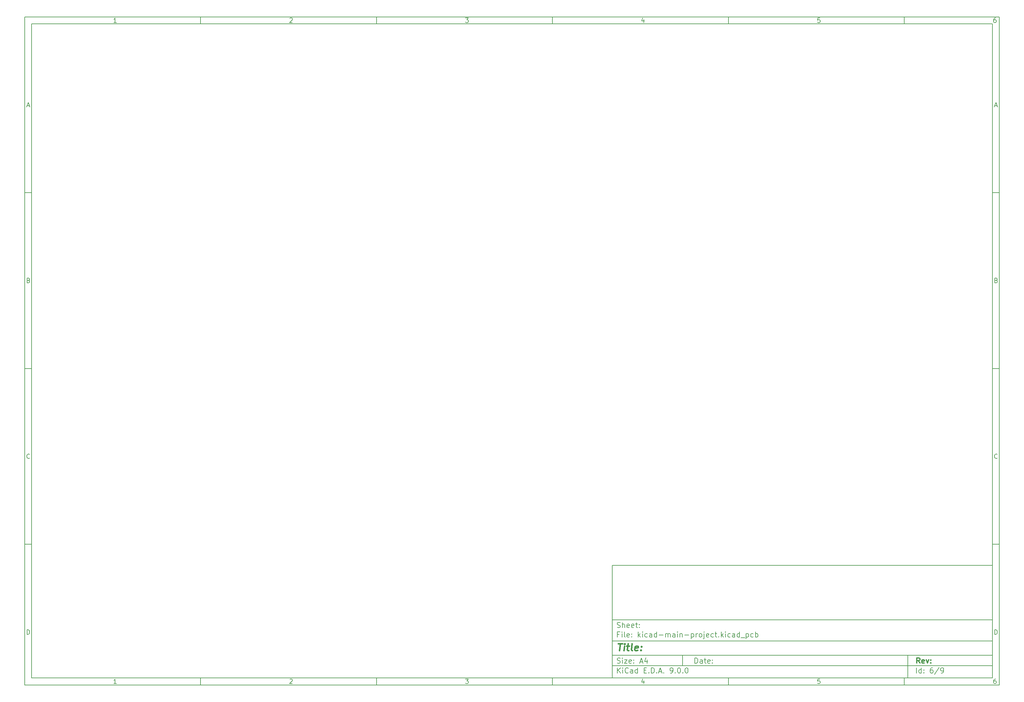
<source format=gbr>
%TF.GenerationSoftware,KiCad,Pcbnew,9.0.0*%
%TF.CreationDate,2025-05-10T22:05:33+07:00*%
%TF.ProjectId,kicad-main-project,6b696361-642d-46d6-9169-6e2d70726f6a,rev?*%
%TF.SameCoordinates,Original*%
%TF.FileFunction,Legend,Bot*%
%TF.FilePolarity,Positive*%
%FSLAX46Y46*%
G04 Gerber Fmt 4.6, Leading zero omitted, Abs format (unit mm)*
G04 Created by KiCad (PCBNEW 9.0.0) date 2025-05-10 22:05:33*
%MOMM*%
%LPD*%
G01*
G04 APERTURE LIST*
%ADD10C,0.100000*%
%ADD11C,0.150000*%
%ADD12C,0.300000*%
%ADD13C,0.400000*%
G04 APERTURE END LIST*
D10*
D11*
X177002200Y-166007200D02*
X285002200Y-166007200D01*
X285002200Y-198007200D01*
X177002200Y-198007200D01*
X177002200Y-166007200D01*
D10*
D11*
X10000000Y-10000000D02*
X287002200Y-10000000D01*
X287002200Y-200007200D01*
X10000000Y-200007200D01*
X10000000Y-10000000D01*
D10*
D11*
X12000000Y-12000000D02*
X285002200Y-12000000D01*
X285002200Y-198007200D01*
X12000000Y-198007200D01*
X12000000Y-12000000D01*
D10*
D11*
X60000000Y-12000000D02*
X60000000Y-10000000D01*
D10*
D11*
X110000000Y-12000000D02*
X110000000Y-10000000D01*
D10*
D11*
X160000000Y-12000000D02*
X160000000Y-10000000D01*
D10*
D11*
X210000000Y-12000000D02*
X210000000Y-10000000D01*
D10*
D11*
X260000000Y-12000000D02*
X260000000Y-10000000D01*
D10*
D11*
X36089160Y-11593604D02*
X35346303Y-11593604D01*
X35717731Y-11593604D02*
X35717731Y-10293604D01*
X35717731Y-10293604D02*
X35593922Y-10479319D01*
X35593922Y-10479319D02*
X35470112Y-10603128D01*
X35470112Y-10603128D02*
X35346303Y-10665033D01*
D10*
D11*
X85346303Y-10417414D02*
X85408207Y-10355509D01*
X85408207Y-10355509D02*
X85532017Y-10293604D01*
X85532017Y-10293604D02*
X85841541Y-10293604D01*
X85841541Y-10293604D02*
X85965350Y-10355509D01*
X85965350Y-10355509D02*
X86027255Y-10417414D01*
X86027255Y-10417414D02*
X86089160Y-10541223D01*
X86089160Y-10541223D02*
X86089160Y-10665033D01*
X86089160Y-10665033D02*
X86027255Y-10850747D01*
X86027255Y-10850747D02*
X85284398Y-11593604D01*
X85284398Y-11593604D02*
X86089160Y-11593604D01*
D10*
D11*
X135284398Y-10293604D02*
X136089160Y-10293604D01*
X136089160Y-10293604D02*
X135655826Y-10788842D01*
X135655826Y-10788842D02*
X135841541Y-10788842D01*
X135841541Y-10788842D02*
X135965350Y-10850747D01*
X135965350Y-10850747D02*
X136027255Y-10912652D01*
X136027255Y-10912652D02*
X136089160Y-11036461D01*
X136089160Y-11036461D02*
X136089160Y-11345985D01*
X136089160Y-11345985D02*
X136027255Y-11469795D01*
X136027255Y-11469795D02*
X135965350Y-11531700D01*
X135965350Y-11531700D02*
X135841541Y-11593604D01*
X135841541Y-11593604D02*
X135470112Y-11593604D01*
X135470112Y-11593604D02*
X135346303Y-11531700D01*
X135346303Y-11531700D02*
X135284398Y-11469795D01*
D10*
D11*
X185965350Y-10726938D02*
X185965350Y-11593604D01*
X185655826Y-10231700D02*
X185346303Y-11160271D01*
X185346303Y-11160271D02*
X186151064Y-11160271D01*
D10*
D11*
X236027255Y-10293604D02*
X235408207Y-10293604D01*
X235408207Y-10293604D02*
X235346303Y-10912652D01*
X235346303Y-10912652D02*
X235408207Y-10850747D01*
X235408207Y-10850747D02*
X235532017Y-10788842D01*
X235532017Y-10788842D02*
X235841541Y-10788842D01*
X235841541Y-10788842D02*
X235965350Y-10850747D01*
X235965350Y-10850747D02*
X236027255Y-10912652D01*
X236027255Y-10912652D02*
X236089160Y-11036461D01*
X236089160Y-11036461D02*
X236089160Y-11345985D01*
X236089160Y-11345985D02*
X236027255Y-11469795D01*
X236027255Y-11469795D02*
X235965350Y-11531700D01*
X235965350Y-11531700D02*
X235841541Y-11593604D01*
X235841541Y-11593604D02*
X235532017Y-11593604D01*
X235532017Y-11593604D02*
X235408207Y-11531700D01*
X235408207Y-11531700D02*
X235346303Y-11469795D01*
D10*
D11*
X285965350Y-10293604D02*
X285717731Y-10293604D01*
X285717731Y-10293604D02*
X285593922Y-10355509D01*
X285593922Y-10355509D02*
X285532017Y-10417414D01*
X285532017Y-10417414D02*
X285408207Y-10603128D01*
X285408207Y-10603128D02*
X285346303Y-10850747D01*
X285346303Y-10850747D02*
X285346303Y-11345985D01*
X285346303Y-11345985D02*
X285408207Y-11469795D01*
X285408207Y-11469795D02*
X285470112Y-11531700D01*
X285470112Y-11531700D02*
X285593922Y-11593604D01*
X285593922Y-11593604D02*
X285841541Y-11593604D01*
X285841541Y-11593604D02*
X285965350Y-11531700D01*
X285965350Y-11531700D02*
X286027255Y-11469795D01*
X286027255Y-11469795D02*
X286089160Y-11345985D01*
X286089160Y-11345985D02*
X286089160Y-11036461D01*
X286089160Y-11036461D02*
X286027255Y-10912652D01*
X286027255Y-10912652D02*
X285965350Y-10850747D01*
X285965350Y-10850747D02*
X285841541Y-10788842D01*
X285841541Y-10788842D02*
X285593922Y-10788842D01*
X285593922Y-10788842D02*
X285470112Y-10850747D01*
X285470112Y-10850747D02*
X285408207Y-10912652D01*
X285408207Y-10912652D02*
X285346303Y-11036461D01*
D10*
D11*
X60000000Y-198007200D02*
X60000000Y-200007200D01*
D10*
D11*
X110000000Y-198007200D02*
X110000000Y-200007200D01*
D10*
D11*
X160000000Y-198007200D02*
X160000000Y-200007200D01*
D10*
D11*
X210000000Y-198007200D02*
X210000000Y-200007200D01*
D10*
D11*
X260000000Y-198007200D02*
X260000000Y-200007200D01*
D10*
D11*
X36089160Y-199600804D02*
X35346303Y-199600804D01*
X35717731Y-199600804D02*
X35717731Y-198300804D01*
X35717731Y-198300804D02*
X35593922Y-198486519D01*
X35593922Y-198486519D02*
X35470112Y-198610328D01*
X35470112Y-198610328D02*
X35346303Y-198672233D01*
D10*
D11*
X85346303Y-198424614D02*
X85408207Y-198362709D01*
X85408207Y-198362709D02*
X85532017Y-198300804D01*
X85532017Y-198300804D02*
X85841541Y-198300804D01*
X85841541Y-198300804D02*
X85965350Y-198362709D01*
X85965350Y-198362709D02*
X86027255Y-198424614D01*
X86027255Y-198424614D02*
X86089160Y-198548423D01*
X86089160Y-198548423D02*
X86089160Y-198672233D01*
X86089160Y-198672233D02*
X86027255Y-198857947D01*
X86027255Y-198857947D02*
X85284398Y-199600804D01*
X85284398Y-199600804D02*
X86089160Y-199600804D01*
D10*
D11*
X135284398Y-198300804D02*
X136089160Y-198300804D01*
X136089160Y-198300804D02*
X135655826Y-198796042D01*
X135655826Y-198796042D02*
X135841541Y-198796042D01*
X135841541Y-198796042D02*
X135965350Y-198857947D01*
X135965350Y-198857947D02*
X136027255Y-198919852D01*
X136027255Y-198919852D02*
X136089160Y-199043661D01*
X136089160Y-199043661D02*
X136089160Y-199353185D01*
X136089160Y-199353185D02*
X136027255Y-199476995D01*
X136027255Y-199476995D02*
X135965350Y-199538900D01*
X135965350Y-199538900D02*
X135841541Y-199600804D01*
X135841541Y-199600804D02*
X135470112Y-199600804D01*
X135470112Y-199600804D02*
X135346303Y-199538900D01*
X135346303Y-199538900D02*
X135284398Y-199476995D01*
D10*
D11*
X185965350Y-198734138D02*
X185965350Y-199600804D01*
X185655826Y-198238900D02*
X185346303Y-199167471D01*
X185346303Y-199167471D02*
X186151064Y-199167471D01*
D10*
D11*
X236027255Y-198300804D02*
X235408207Y-198300804D01*
X235408207Y-198300804D02*
X235346303Y-198919852D01*
X235346303Y-198919852D02*
X235408207Y-198857947D01*
X235408207Y-198857947D02*
X235532017Y-198796042D01*
X235532017Y-198796042D02*
X235841541Y-198796042D01*
X235841541Y-198796042D02*
X235965350Y-198857947D01*
X235965350Y-198857947D02*
X236027255Y-198919852D01*
X236027255Y-198919852D02*
X236089160Y-199043661D01*
X236089160Y-199043661D02*
X236089160Y-199353185D01*
X236089160Y-199353185D02*
X236027255Y-199476995D01*
X236027255Y-199476995D02*
X235965350Y-199538900D01*
X235965350Y-199538900D02*
X235841541Y-199600804D01*
X235841541Y-199600804D02*
X235532017Y-199600804D01*
X235532017Y-199600804D02*
X235408207Y-199538900D01*
X235408207Y-199538900D02*
X235346303Y-199476995D01*
D10*
D11*
X285965350Y-198300804D02*
X285717731Y-198300804D01*
X285717731Y-198300804D02*
X285593922Y-198362709D01*
X285593922Y-198362709D02*
X285532017Y-198424614D01*
X285532017Y-198424614D02*
X285408207Y-198610328D01*
X285408207Y-198610328D02*
X285346303Y-198857947D01*
X285346303Y-198857947D02*
X285346303Y-199353185D01*
X285346303Y-199353185D02*
X285408207Y-199476995D01*
X285408207Y-199476995D02*
X285470112Y-199538900D01*
X285470112Y-199538900D02*
X285593922Y-199600804D01*
X285593922Y-199600804D02*
X285841541Y-199600804D01*
X285841541Y-199600804D02*
X285965350Y-199538900D01*
X285965350Y-199538900D02*
X286027255Y-199476995D01*
X286027255Y-199476995D02*
X286089160Y-199353185D01*
X286089160Y-199353185D02*
X286089160Y-199043661D01*
X286089160Y-199043661D02*
X286027255Y-198919852D01*
X286027255Y-198919852D02*
X285965350Y-198857947D01*
X285965350Y-198857947D02*
X285841541Y-198796042D01*
X285841541Y-198796042D02*
X285593922Y-198796042D01*
X285593922Y-198796042D02*
X285470112Y-198857947D01*
X285470112Y-198857947D02*
X285408207Y-198919852D01*
X285408207Y-198919852D02*
X285346303Y-199043661D01*
D10*
D11*
X10000000Y-60000000D02*
X12000000Y-60000000D01*
D10*
D11*
X10000000Y-110000000D02*
X12000000Y-110000000D01*
D10*
D11*
X10000000Y-160000000D02*
X12000000Y-160000000D01*
D10*
D11*
X10690476Y-35222176D02*
X11309523Y-35222176D01*
X10566666Y-35593604D02*
X10999999Y-34293604D01*
X10999999Y-34293604D02*
X11433333Y-35593604D01*
D10*
D11*
X11092857Y-84912652D02*
X11278571Y-84974557D01*
X11278571Y-84974557D02*
X11340476Y-85036461D01*
X11340476Y-85036461D02*
X11402380Y-85160271D01*
X11402380Y-85160271D02*
X11402380Y-85345985D01*
X11402380Y-85345985D02*
X11340476Y-85469795D01*
X11340476Y-85469795D02*
X11278571Y-85531700D01*
X11278571Y-85531700D02*
X11154761Y-85593604D01*
X11154761Y-85593604D02*
X10659523Y-85593604D01*
X10659523Y-85593604D02*
X10659523Y-84293604D01*
X10659523Y-84293604D02*
X11092857Y-84293604D01*
X11092857Y-84293604D02*
X11216666Y-84355509D01*
X11216666Y-84355509D02*
X11278571Y-84417414D01*
X11278571Y-84417414D02*
X11340476Y-84541223D01*
X11340476Y-84541223D02*
X11340476Y-84665033D01*
X11340476Y-84665033D02*
X11278571Y-84788842D01*
X11278571Y-84788842D02*
X11216666Y-84850747D01*
X11216666Y-84850747D02*
X11092857Y-84912652D01*
X11092857Y-84912652D02*
X10659523Y-84912652D01*
D10*
D11*
X11402380Y-135469795D02*
X11340476Y-135531700D01*
X11340476Y-135531700D02*
X11154761Y-135593604D01*
X11154761Y-135593604D02*
X11030952Y-135593604D01*
X11030952Y-135593604D02*
X10845238Y-135531700D01*
X10845238Y-135531700D02*
X10721428Y-135407890D01*
X10721428Y-135407890D02*
X10659523Y-135284080D01*
X10659523Y-135284080D02*
X10597619Y-135036461D01*
X10597619Y-135036461D02*
X10597619Y-134850747D01*
X10597619Y-134850747D02*
X10659523Y-134603128D01*
X10659523Y-134603128D02*
X10721428Y-134479319D01*
X10721428Y-134479319D02*
X10845238Y-134355509D01*
X10845238Y-134355509D02*
X11030952Y-134293604D01*
X11030952Y-134293604D02*
X11154761Y-134293604D01*
X11154761Y-134293604D02*
X11340476Y-134355509D01*
X11340476Y-134355509D02*
X11402380Y-134417414D01*
D10*
D11*
X10659523Y-185593604D02*
X10659523Y-184293604D01*
X10659523Y-184293604D02*
X10969047Y-184293604D01*
X10969047Y-184293604D02*
X11154761Y-184355509D01*
X11154761Y-184355509D02*
X11278571Y-184479319D01*
X11278571Y-184479319D02*
X11340476Y-184603128D01*
X11340476Y-184603128D02*
X11402380Y-184850747D01*
X11402380Y-184850747D02*
X11402380Y-185036461D01*
X11402380Y-185036461D02*
X11340476Y-185284080D01*
X11340476Y-185284080D02*
X11278571Y-185407890D01*
X11278571Y-185407890D02*
X11154761Y-185531700D01*
X11154761Y-185531700D02*
X10969047Y-185593604D01*
X10969047Y-185593604D02*
X10659523Y-185593604D01*
D10*
D11*
X287002200Y-60000000D02*
X285002200Y-60000000D01*
D10*
D11*
X287002200Y-110000000D02*
X285002200Y-110000000D01*
D10*
D11*
X287002200Y-160000000D02*
X285002200Y-160000000D01*
D10*
D11*
X285692676Y-35222176D02*
X286311723Y-35222176D01*
X285568866Y-35593604D02*
X286002199Y-34293604D01*
X286002199Y-34293604D02*
X286435533Y-35593604D01*
D10*
D11*
X286095057Y-84912652D02*
X286280771Y-84974557D01*
X286280771Y-84974557D02*
X286342676Y-85036461D01*
X286342676Y-85036461D02*
X286404580Y-85160271D01*
X286404580Y-85160271D02*
X286404580Y-85345985D01*
X286404580Y-85345985D02*
X286342676Y-85469795D01*
X286342676Y-85469795D02*
X286280771Y-85531700D01*
X286280771Y-85531700D02*
X286156961Y-85593604D01*
X286156961Y-85593604D02*
X285661723Y-85593604D01*
X285661723Y-85593604D02*
X285661723Y-84293604D01*
X285661723Y-84293604D02*
X286095057Y-84293604D01*
X286095057Y-84293604D02*
X286218866Y-84355509D01*
X286218866Y-84355509D02*
X286280771Y-84417414D01*
X286280771Y-84417414D02*
X286342676Y-84541223D01*
X286342676Y-84541223D02*
X286342676Y-84665033D01*
X286342676Y-84665033D02*
X286280771Y-84788842D01*
X286280771Y-84788842D02*
X286218866Y-84850747D01*
X286218866Y-84850747D02*
X286095057Y-84912652D01*
X286095057Y-84912652D02*
X285661723Y-84912652D01*
D10*
D11*
X286404580Y-135469795D02*
X286342676Y-135531700D01*
X286342676Y-135531700D02*
X286156961Y-135593604D01*
X286156961Y-135593604D02*
X286033152Y-135593604D01*
X286033152Y-135593604D02*
X285847438Y-135531700D01*
X285847438Y-135531700D02*
X285723628Y-135407890D01*
X285723628Y-135407890D02*
X285661723Y-135284080D01*
X285661723Y-135284080D02*
X285599819Y-135036461D01*
X285599819Y-135036461D02*
X285599819Y-134850747D01*
X285599819Y-134850747D02*
X285661723Y-134603128D01*
X285661723Y-134603128D02*
X285723628Y-134479319D01*
X285723628Y-134479319D02*
X285847438Y-134355509D01*
X285847438Y-134355509D02*
X286033152Y-134293604D01*
X286033152Y-134293604D02*
X286156961Y-134293604D01*
X286156961Y-134293604D02*
X286342676Y-134355509D01*
X286342676Y-134355509D02*
X286404580Y-134417414D01*
D10*
D11*
X285661723Y-185593604D02*
X285661723Y-184293604D01*
X285661723Y-184293604D02*
X285971247Y-184293604D01*
X285971247Y-184293604D02*
X286156961Y-184355509D01*
X286156961Y-184355509D02*
X286280771Y-184479319D01*
X286280771Y-184479319D02*
X286342676Y-184603128D01*
X286342676Y-184603128D02*
X286404580Y-184850747D01*
X286404580Y-184850747D02*
X286404580Y-185036461D01*
X286404580Y-185036461D02*
X286342676Y-185284080D01*
X286342676Y-185284080D02*
X286280771Y-185407890D01*
X286280771Y-185407890D02*
X286156961Y-185531700D01*
X286156961Y-185531700D02*
X285971247Y-185593604D01*
X285971247Y-185593604D02*
X285661723Y-185593604D01*
D10*
D11*
X200458026Y-193793328D02*
X200458026Y-192293328D01*
X200458026Y-192293328D02*
X200815169Y-192293328D01*
X200815169Y-192293328D02*
X201029455Y-192364757D01*
X201029455Y-192364757D02*
X201172312Y-192507614D01*
X201172312Y-192507614D02*
X201243741Y-192650471D01*
X201243741Y-192650471D02*
X201315169Y-192936185D01*
X201315169Y-192936185D02*
X201315169Y-193150471D01*
X201315169Y-193150471D02*
X201243741Y-193436185D01*
X201243741Y-193436185D02*
X201172312Y-193579042D01*
X201172312Y-193579042D02*
X201029455Y-193721900D01*
X201029455Y-193721900D02*
X200815169Y-193793328D01*
X200815169Y-193793328D02*
X200458026Y-193793328D01*
X202600884Y-193793328D02*
X202600884Y-193007614D01*
X202600884Y-193007614D02*
X202529455Y-192864757D01*
X202529455Y-192864757D02*
X202386598Y-192793328D01*
X202386598Y-192793328D02*
X202100884Y-192793328D01*
X202100884Y-192793328D02*
X201958026Y-192864757D01*
X202600884Y-193721900D02*
X202458026Y-193793328D01*
X202458026Y-193793328D02*
X202100884Y-193793328D01*
X202100884Y-193793328D02*
X201958026Y-193721900D01*
X201958026Y-193721900D02*
X201886598Y-193579042D01*
X201886598Y-193579042D02*
X201886598Y-193436185D01*
X201886598Y-193436185D02*
X201958026Y-193293328D01*
X201958026Y-193293328D02*
X202100884Y-193221900D01*
X202100884Y-193221900D02*
X202458026Y-193221900D01*
X202458026Y-193221900D02*
X202600884Y-193150471D01*
X203100884Y-192793328D02*
X203672312Y-192793328D01*
X203315169Y-192293328D02*
X203315169Y-193579042D01*
X203315169Y-193579042D02*
X203386598Y-193721900D01*
X203386598Y-193721900D02*
X203529455Y-193793328D01*
X203529455Y-193793328D02*
X203672312Y-193793328D01*
X204743741Y-193721900D02*
X204600884Y-193793328D01*
X204600884Y-193793328D02*
X204315170Y-193793328D01*
X204315170Y-193793328D02*
X204172312Y-193721900D01*
X204172312Y-193721900D02*
X204100884Y-193579042D01*
X204100884Y-193579042D02*
X204100884Y-193007614D01*
X204100884Y-193007614D02*
X204172312Y-192864757D01*
X204172312Y-192864757D02*
X204315170Y-192793328D01*
X204315170Y-192793328D02*
X204600884Y-192793328D01*
X204600884Y-192793328D02*
X204743741Y-192864757D01*
X204743741Y-192864757D02*
X204815170Y-193007614D01*
X204815170Y-193007614D02*
X204815170Y-193150471D01*
X204815170Y-193150471D02*
X204100884Y-193293328D01*
X205458026Y-193650471D02*
X205529455Y-193721900D01*
X205529455Y-193721900D02*
X205458026Y-193793328D01*
X205458026Y-193793328D02*
X205386598Y-193721900D01*
X205386598Y-193721900D02*
X205458026Y-193650471D01*
X205458026Y-193650471D02*
X205458026Y-193793328D01*
X205458026Y-192864757D02*
X205529455Y-192936185D01*
X205529455Y-192936185D02*
X205458026Y-193007614D01*
X205458026Y-193007614D02*
X205386598Y-192936185D01*
X205386598Y-192936185D02*
X205458026Y-192864757D01*
X205458026Y-192864757D02*
X205458026Y-193007614D01*
D10*
D11*
X177002200Y-194507200D02*
X285002200Y-194507200D01*
D10*
D11*
X178458026Y-196593328D02*
X178458026Y-195093328D01*
X179315169Y-196593328D02*
X178672312Y-195736185D01*
X179315169Y-195093328D02*
X178458026Y-195950471D01*
X179958026Y-196593328D02*
X179958026Y-195593328D01*
X179958026Y-195093328D02*
X179886598Y-195164757D01*
X179886598Y-195164757D02*
X179958026Y-195236185D01*
X179958026Y-195236185D02*
X180029455Y-195164757D01*
X180029455Y-195164757D02*
X179958026Y-195093328D01*
X179958026Y-195093328D02*
X179958026Y-195236185D01*
X181529455Y-196450471D02*
X181458027Y-196521900D01*
X181458027Y-196521900D02*
X181243741Y-196593328D01*
X181243741Y-196593328D02*
X181100884Y-196593328D01*
X181100884Y-196593328D02*
X180886598Y-196521900D01*
X180886598Y-196521900D02*
X180743741Y-196379042D01*
X180743741Y-196379042D02*
X180672312Y-196236185D01*
X180672312Y-196236185D02*
X180600884Y-195950471D01*
X180600884Y-195950471D02*
X180600884Y-195736185D01*
X180600884Y-195736185D02*
X180672312Y-195450471D01*
X180672312Y-195450471D02*
X180743741Y-195307614D01*
X180743741Y-195307614D02*
X180886598Y-195164757D01*
X180886598Y-195164757D02*
X181100884Y-195093328D01*
X181100884Y-195093328D02*
X181243741Y-195093328D01*
X181243741Y-195093328D02*
X181458027Y-195164757D01*
X181458027Y-195164757D02*
X181529455Y-195236185D01*
X182815170Y-196593328D02*
X182815170Y-195807614D01*
X182815170Y-195807614D02*
X182743741Y-195664757D01*
X182743741Y-195664757D02*
X182600884Y-195593328D01*
X182600884Y-195593328D02*
X182315170Y-195593328D01*
X182315170Y-195593328D02*
X182172312Y-195664757D01*
X182815170Y-196521900D02*
X182672312Y-196593328D01*
X182672312Y-196593328D02*
X182315170Y-196593328D01*
X182315170Y-196593328D02*
X182172312Y-196521900D01*
X182172312Y-196521900D02*
X182100884Y-196379042D01*
X182100884Y-196379042D02*
X182100884Y-196236185D01*
X182100884Y-196236185D02*
X182172312Y-196093328D01*
X182172312Y-196093328D02*
X182315170Y-196021900D01*
X182315170Y-196021900D02*
X182672312Y-196021900D01*
X182672312Y-196021900D02*
X182815170Y-195950471D01*
X184172313Y-196593328D02*
X184172313Y-195093328D01*
X184172313Y-196521900D02*
X184029455Y-196593328D01*
X184029455Y-196593328D02*
X183743741Y-196593328D01*
X183743741Y-196593328D02*
X183600884Y-196521900D01*
X183600884Y-196521900D02*
X183529455Y-196450471D01*
X183529455Y-196450471D02*
X183458027Y-196307614D01*
X183458027Y-196307614D02*
X183458027Y-195879042D01*
X183458027Y-195879042D02*
X183529455Y-195736185D01*
X183529455Y-195736185D02*
X183600884Y-195664757D01*
X183600884Y-195664757D02*
X183743741Y-195593328D01*
X183743741Y-195593328D02*
X184029455Y-195593328D01*
X184029455Y-195593328D02*
X184172313Y-195664757D01*
X186029455Y-195807614D02*
X186529455Y-195807614D01*
X186743741Y-196593328D02*
X186029455Y-196593328D01*
X186029455Y-196593328D02*
X186029455Y-195093328D01*
X186029455Y-195093328D02*
X186743741Y-195093328D01*
X187386598Y-196450471D02*
X187458027Y-196521900D01*
X187458027Y-196521900D02*
X187386598Y-196593328D01*
X187386598Y-196593328D02*
X187315170Y-196521900D01*
X187315170Y-196521900D02*
X187386598Y-196450471D01*
X187386598Y-196450471D02*
X187386598Y-196593328D01*
X188100884Y-196593328D02*
X188100884Y-195093328D01*
X188100884Y-195093328D02*
X188458027Y-195093328D01*
X188458027Y-195093328D02*
X188672313Y-195164757D01*
X188672313Y-195164757D02*
X188815170Y-195307614D01*
X188815170Y-195307614D02*
X188886599Y-195450471D01*
X188886599Y-195450471D02*
X188958027Y-195736185D01*
X188958027Y-195736185D02*
X188958027Y-195950471D01*
X188958027Y-195950471D02*
X188886599Y-196236185D01*
X188886599Y-196236185D02*
X188815170Y-196379042D01*
X188815170Y-196379042D02*
X188672313Y-196521900D01*
X188672313Y-196521900D02*
X188458027Y-196593328D01*
X188458027Y-196593328D02*
X188100884Y-196593328D01*
X189600884Y-196450471D02*
X189672313Y-196521900D01*
X189672313Y-196521900D02*
X189600884Y-196593328D01*
X189600884Y-196593328D02*
X189529456Y-196521900D01*
X189529456Y-196521900D02*
X189600884Y-196450471D01*
X189600884Y-196450471D02*
X189600884Y-196593328D01*
X190243742Y-196164757D02*
X190958028Y-196164757D01*
X190100885Y-196593328D02*
X190600885Y-195093328D01*
X190600885Y-195093328D02*
X191100885Y-196593328D01*
X191600884Y-196450471D02*
X191672313Y-196521900D01*
X191672313Y-196521900D02*
X191600884Y-196593328D01*
X191600884Y-196593328D02*
X191529456Y-196521900D01*
X191529456Y-196521900D02*
X191600884Y-196450471D01*
X191600884Y-196450471D02*
X191600884Y-196593328D01*
X193529456Y-196593328D02*
X193815170Y-196593328D01*
X193815170Y-196593328D02*
X193958027Y-196521900D01*
X193958027Y-196521900D02*
X194029456Y-196450471D01*
X194029456Y-196450471D02*
X194172313Y-196236185D01*
X194172313Y-196236185D02*
X194243742Y-195950471D01*
X194243742Y-195950471D02*
X194243742Y-195379042D01*
X194243742Y-195379042D02*
X194172313Y-195236185D01*
X194172313Y-195236185D02*
X194100885Y-195164757D01*
X194100885Y-195164757D02*
X193958027Y-195093328D01*
X193958027Y-195093328D02*
X193672313Y-195093328D01*
X193672313Y-195093328D02*
X193529456Y-195164757D01*
X193529456Y-195164757D02*
X193458027Y-195236185D01*
X193458027Y-195236185D02*
X193386599Y-195379042D01*
X193386599Y-195379042D02*
X193386599Y-195736185D01*
X193386599Y-195736185D02*
X193458027Y-195879042D01*
X193458027Y-195879042D02*
X193529456Y-195950471D01*
X193529456Y-195950471D02*
X193672313Y-196021900D01*
X193672313Y-196021900D02*
X193958027Y-196021900D01*
X193958027Y-196021900D02*
X194100885Y-195950471D01*
X194100885Y-195950471D02*
X194172313Y-195879042D01*
X194172313Y-195879042D02*
X194243742Y-195736185D01*
X194886598Y-196450471D02*
X194958027Y-196521900D01*
X194958027Y-196521900D02*
X194886598Y-196593328D01*
X194886598Y-196593328D02*
X194815170Y-196521900D01*
X194815170Y-196521900D02*
X194886598Y-196450471D01*
X194886598Y-196450471D02*
X194886598Y-196593328D01*
X195886599Y-195093328D02*
X196029456Y-195093328D01*
X196029456Y-195093328D02*
X196172313Y-195164757D01*
X196172313Y-195164757D02*
X196243742Y-195236185D01*
X196243742Y-195236185D02*
X196315170Y-195379042D01*
X196315170Y-195379042D02*
X196386599Y-195664757D01*
X196386599Y-195664757D02*
X196386599Y-196021900D01*
X196386599Y-196021900D02*
X196315170Y-196307614D01*
X196315170Y-196307614D02*
X196243742Y-196450471D01*
X196243742Y-196450471D02*
X196172313Y-196521900D01*
X196172313Y-196521900D02*
X196029456Y-196593328D01*
X196029456Y-196593328D02*
X195886599Y-196593328D01*
X195886599Y-196593328D02*
X195743742Y-196521900D01*
X195743742Y-196521900D02*
X195672313Y-196450471D01*
X195672313Y-196450471D02*
X195600884Y-196307614D01*
X195600884Y-196307614D02*
X195529456Y-196021900D01*
X195529456Y-196021900D02*
X195529456Y-195664757D01*
X195529456Y-195664757D02*
X195600884Y-195379042D01*
X195600884Y-195379042D02*
X195672313Y-195236185D01*
X195672313Y-195236185D02*
X195743742Y-195164757D01*
X195743742Y-195164757D02*
X195886599Y-195093328D01*
X197029455Y-196450471D02*
X197100884Y-196521900D01*
X197100884Y-196521900D02*
X197029455Y-196593328D01*
X197029455Y-196593328D02*
X196958027Y-196521900D01*
X196958027Y-196521900D02*
X197029455Y-196450471D01*
X197029455Y-196450471D02*
X197029455Y-196593328D01*
X198029456Y-195093328D02*
X198172313Y-195093328D01*
X198172313Y-195093328D02*
X198315170Y-195164757D01*
X198315170Y-195164757D02*
X198386599Y-195236185D01*
X198386599Y-195236185D02*
X198458027Y-195379042D01*
X198458027Y-195379042D02*
X198529456Y-195664757D01*
X198529456Y-195664757D02*
X198529456Y-196021900D01*
X198529456Y-196021900D02*
X198458027Y-196307614D01*
X198458027Y-196307614D02*
X198386599Y-196450471D01*
X198386599Y-196450471D02*
X198315170Y-196521900D01*
X198315170Y-196521900D02*
X198172313Y-196593328D01*
X198172313Y-196593328D02*
X198029456Y-196593328D01*
X198029456Y-196593328D02*
X197886599Y-196521900D01*
X197886599Y-196521900D02*
X197815170Y-196450471D01*
X197815170Y-196450471D02*
X197743741Y-196307614D01*
X197743741Y-196307614D02*
X197672313Y-196021900D01*
X197672313Y-196021900D02*
X197672313Y-195664757D01*
X197672313Y-195664757D02*
X197743741Y-195379042D01*
X197743741Y-195379042D02*
X197815170Y-195236185D01*
X197815170Y-195236185D02*
X197886599Y-195164757D01*
X197886599Y-195164757D02*
X198029456Y-195093328D01*
D10*
D11*
X177002200Y-191507200D02*
X285002200Y-191507200D01*
D10*
D12*
X264413853Y-193785528D02*
X263913853Y-193071242D01*
X263556710Y-193785528D02*
X263556710Y-192285528D01*
X263556710Y-192285528D02*
X264128139Y-192285528D01*
X264128139Y-192285528D02*
X264270996Y-192356957D01*
X264270996Y-192356957D02*
X264342425Y-192428385D01*
X264342425Y-192428385D02*
X264413853Y-192571242D01*
X264413853Y-192571242D02*
X264413853Y-192785528D01*
X264413853Y-192785528D02*
X264342425Y-192928385D01*
X264342425Y-192928385D02*
X264270996Y-192999814D01*
X264270996Y-192999814D02*
X264128139Y-193071242D01*
X264128139Y-193071242D02*
X263556710Y-193071242D01*
X265628139Y-193714100D02*
X265485282Y-193785528D01*
X265485282Y-193785528D02*
X265199568Y-193785528D01*
X265199568Y-193785528D02*
X265056710Y-193714100D01*
X265056710Y-193714100D02*
X264985282Y-193571242D01*
X264985282Y-193571242D02*
X264985282Y-192999814D01*
X264985282Y-192999814D02*
X265056710Y-192856957D01*
X265056710Y-192856957D02*
X265199568Y-192785528D01*
X265199568Y-192785528D02*
X265485282Y-192785528D01*
X265485282Y-192785528D02*
X265628139Y-192856957D01*
X265628139Y-192856957D02*
X265699568Y-192999814D01*
X265699568Y-192999814D02*
X265699568Y-193142671D01*
X265699568Y-193142671D02*
X264985282Y-193285528D01*
X266199567Y-192785528D02*
X266556710Y-193785528D01*
X266556710Y-193785528D02*
X266913853Y-192785528D01*
X267485281Y-193642671D02*
X267556710Y-193714100D01*
X267556710Y-193714100D02*
X267485281Y-193785528D01*
X267485281Y-193785528D02*
X267413853Y-193714100D01*
X267413853Y-193714100D02*
X267485281Y-193642671D01*
X267485281Y-193642671D02*
X267485281Y-193785528D01*
X267485281Y-192856957D02*
X267556710Y-192928385D01*
X267556710Y-192928385D02*
X267485281Y-192999814D01*
X267485281Y-192999814D02*
X267413853Y-192928385D01*
X267413853Y-192928385D02*
X267485281Y-192856957D01*
X267485281Y-192856957D02*
X267485281Y-192999814D01*
D10*
D11*
X178386598Y-193721900D02*
X178600884Y-193793328D01*
X178600884Y-193793328D02*
X178958026Y-193793328D01*
X178958026Y-193793328D02*
X179100884Y-193721900D01*
X179100884Y-193721900D02*
X179172312Y-193650471D01*
X179172312Y-193650471D02*
X179243741Y-193507614D01*
X179243741Y-193507614D02*
X179243741Y-193364757D01*
X179243741Y-193364757D02*
X179172312Y-193221900D01*
X179172312Y-193221900D02*
X179100884Y-193150471D01*
X179100884Y-193150471D02*
X178958026Y-193079042D01*
X178958026Y-193079042D02*
X178672312Y-193007614D01*
X178672312Y-193007614D02*
X178529455Y-192936185D01*
X178529455Y-192936185D02*
X178458026Y-192864757D01*
X178458026Y-192864757D02*
X178386598Y-192721900D01*
X178386598Y-192721900D02*
X178386598Y-192579042D01*
X178386598Y-192579042D02*
X178458026Y-192436185D01*
X178458026Y-192436185D02*
X178529455Y-192364757D01*
X178529455Y-192364757D02*
X178672312Y-192293328D01*
X178672312Y-192293328D02*
X179029455Y-192293328D01*
X179029455Y-192293328D02*
X179243741Y-192364757D01*
X179886597Y-193793328D02*
X179886597Y-192793328D01*
X179886597Y-192293328D02*
X179815169Y-192364757D01*
X179815169Y-192364757D02*
X179886597Y-192436185D01*
X179886597Y-192436185D02*
X179958026Y-192364757D01*
X179958026Y-192364757D02*
X179886597Y-192293328D01*
X179886597Y-192293328D02*
X179886597Y-192436185D01*
X180458026Y-192793328D02*
X181243741Y-192793328D01*
X181243741Y-192793328D02*
X180458026Y-193793328D01*
X180458026Y-193793328D02*
X181243741Y-193793328D01*
X182386598Y-193721900D02*
X182243741Y-193793328D01*
X182243741Y-193793328D02*
X181958027Y-193793328D01*
X181958027Y-193793328D02*
X181815169Y-193721900D01*
X181815169Y-193721900D02*
X181743741Y-193579042D01*
X181743741Y-193579042D02*
X181743741Y-193007614D01*
X181743741Y-193007614D02*
X181815169Y-192864757D01*
X181815169Y-192864757D02*
X181958027Y-192793328D01*
X181958027Y-192793328D02*
X182243741Y-192793328D01*
X182243741Y-192793328D02*
X182386598Y-192864757D01*
X182386598Y-192864757D02*
X182458027Y-193007614D01*
X182458027Y-193007614D02*
X182458027Y-193150471D01*
X182458027Y-193150471D02*
X181743741Y-193293328D01*
X183100883Y-193650471D02*
X183172312Y-193721900D01*
X183172312Y-193721900D02*
X183100883Y-193793328D01*
X183100883Y-193793328D02*
X183029455Y-193721900D01*
X183029455Y-193721900D02*
X183100883Y-193650471D01*
X183100883Y-193650471D02*
X183100883Y-193793328D01*
X183100883Y-192864757D02*
X183172312Y-192936185D01*
X183172312Y-192936185D02*
X183100883Y-193007614D01*
X183100883Y-193007614D02*
X183029455Y-192936185D01*
X183029455Y-192936185D02*
X183100883Y-192864757D01*
X183100883Y-192864757D02*
X183100883Y-193007614D01*
X184886598Y-193364757D02*
X185600884Y-193364757D01*
X184743741Y-193793328D02*
X185243741Y-192293328D01*
X185243741Y-192293328D02*
X185743741Y-193793328D01*
X186886598Y-192793328D02*
X186886598Y-193793328D01*
X186529455Y-192221900D02*
X186172312Y-193293328D01*
X186172312Y-193293328D02*
X187100883Y-193293328D01*
D10*
D11*
X263458026Y-196593328D02*
X263458026Y-195093328D01*
X264815170Y-196593328D02*
X264815170Y-195093328D01*
X264815170Y-196521900D02*
X264672312Y-196593328D01*
X264672312Y-196593328D02*
X264386598Y-196593328D01*
X264386598Y-196593328D02*
X264243741Y-196521900D01*
X264243741Y-196521900D02*
X264172312Y-196450471D01*
X264172312Y-196450471D02*
X264100884Y-196307614D01*
X264100884Y-196307614D02*
X264100884Y-195879042D01*
X264100884Y-195879042D02*
X264172312Y-195736185D01*
X264172312Y-195736185D02*
X264243741Y-195664757D01*
X264243741Y-195664757D02*
X264386598Y-195593328D01*
X264386598Y-195593328D02*
X264672312Y-195593328D01*
X264672312Y-195593328D02*
X264815170Y-195664757D01*
X265529455Y-196450471D02*
X265600884Y-196521900D01*
X265600884Y-196521900D02*
X265529455Y-196593328D01*
X265529455Y-196593328D02*
X265458027Y-196521900D01*
X265458027Y-196521900D02*
X265529455Y-196450471D01*
X265529455Y-196450471D02*
X265529455Y-196593328D01*
X265529455Y-195664757D02*
X265600884Y-195736185D01*
X265600884Y-195736185D02*
X265529455Y-195807614D01*
X265529455Y-195807614D02*
X265458027Y-195736185D01*
X265458027Y-195736185D02*
X265529455Y-195664757D01*
X265529455Y-195664757D02*
X265529455Y-195807614D01*
X268029456Y-195093328D02*
X267743741Y-195093328D01*
X267743741Y-195093328D02*
X267600884Y-195164757D01*
X267600884Y-195164757D02*
X267529456Y-195236185D01*
X267529456Y-195236185D02*
X267386598Y-195450471D01*
X267386598Y-195450471D02*
X267315170Y-195736185D01*
X267315170Y-195736185D02*
X267315170Y-196307614D01*
X267315170Y-196307614D02*
X267386598Y-196450471D01*
X267386598Y-196450471D02*
X267458027Y-196521900D01*
X267458027Y-196521900D02*
X267600884Y-196593328D01*
X267600884Y-196593328D02*
X267886598Y-196593328D01*
X267886598Y-196593328D02*
X268029456Y-196521900D01*
X268029456Y-196521900D02*
X268100884Y-196450471D01*
X268100884Y-196450471D02*
X268172313Y-196307614D01*
X268172313Y-196307614D02*
X268172313Y-195950471D01*
X268172313Y-195950471D02*
X268100884Y-195807614D01*
X268100884Y-195807614D02*
X268029456Y-195736185D01*
X268029456Y-195736185D02*
X267886598Y-195664757D01*
X267886598Y-195664757D02*
X267600884Y-195664757D01*
X267600884Y-195664757D02*
X267458027Y-195736185D01*
X267458027Y-195736185D02*
X267386598Y-195807614D01*
X267386598Y-195807614D02*
X267315170Y-195950471D01*
X269886598Y-195021900D02*
X268600884Y-196950471D01*
X270458027Y-196593328D02*
X270743741Y-196593328D01*
X270743741Y-196593328D02*
X270886598Y-196521900D01*
X270886598Y-196521900D02*
X270958027Y-196450471D01*
X270958027Y-196450471D02*
X271100884Y-196236185D01*
X271100884Y-196236185D02*
X271172313Y-195950471D01*
X271172313Y-195950471D02*
X271172313Y-195379042D01*
X271172313Y-195379042D02*
X271100884Y-195236185D01*
X271100884Y-195236185D02*
X271029456Y-195164757D01*
X271029456Y-195164757D02*
X270886598Y-195093328D01*
X270886598Y-195093328D02*
X270600884Y-195093328D01*
X270600884Y-195093328D02*
X270458027Y-195164757D01*
X270458027Y-195164757D02*
X270386598Y-195236185D01*
X270386598Y-195236185D02*
X270315170Y-195379042D01*
X270315170Y-195379042D02*
X270315170Y-195736185D01*
X270315170Y-195736185D02*
X270386598Y-195879042D01*
X270386598Y-195879042D02*
X270458027Y-195950471D01*
X270458027Y-195950471D02*
X270600884Y-196021900D01*
X270600884Y-196021900D02*
X270886598Y-196021900D01*
X270886598Y-196021900D02*
X271029456Y-195950471D01*
X271029456Y-195950471D02*
X271100884Y-195879042D01*
X271100884Y-195879042D02*
X271172313Y-195736185D01*
D10*
D11*
X177002200Y-187507200D02*
X285002200Y-187507200D01*
D10*
D13*
X178693928Y-188211638D02*
X179836785Y-188211638D01*
X179015357Y-190211638D02*
X179265357Y-188211638D01*
X180253452Y-190211638D02*
X180420119Y-188878304D01*
X180503452Y-188211638D02*
X180396309Y-188306876D01*
X180396309Y-188306876D02*
X180479643Y-188402114D01*
X180479643Y-188402114D02*
X180586786Y-188306876D01*
X180586786Y-188306876D02*
X180503452Y-188211638D01*
X180503452Y-188211638D02*
X180479643Y-188402114D01*
X181086786Y-188878304D02*
X181848690Y-188878304D01*
X181455833Y-188211638D02*
X181241548Y-189925923D01*
X181241548Y-189925923D02*
X181312976Y-190116400D01*
X181312976Y-190116400D02*
X181491548Y-190211638D01*
X181491548Y-190211638D02*
X181682024Y-190211638D01*
X182634405Y-190211638D02*
X182455833Y-190116400D01*
X182455833Y-190116400D02*
X182384405Y-189925923D01*
X182384405Y-189925923D02*
X182598690Y-188211638D01*
X184170119Y-190116400D02*
X183967738Y-190211638D01*
X183967738Y-190211638D02*
X183586785Y-190211638D01*
X183586785Y-190211638D02*
X183408214Y-190116400D01*
X183408214Y-190116400D02*
X183336785Y-189925923D01*
X183336785Y-189925923D02*
X183432024Y-189164019D01*
X183432024Y-189164019D02*
X183551071Y-188973542D01*
X183551071Y-188973542D02*
X183753452Y-188878304D01*
X183753452Y-188878304D02*
X184134404Y-188878304D01*
X184134404Y-188878304D02*
X184312976Y-188973542D01*
X184312976Y-188973542D02*
X184384404Y-189164019D01*
X184384404Y-189164019D02*
X184360595Y-189354495D01*
X184360595Y-189354495D02*
X183384404Y-189544971D01*
X185134405Y-190021161D02*
X185217738Y-190116400D01*
X185217738Y-190116400D02*
X185110595Y-190211638D01*
X185110595Y-190211638D02*
X185027262Y-190116400D01*
X185027262Y-190116400D02*
X185134405Y-190021161D01*
X185134405Y-190021161D02*
X185110595Y-190211638D01*
X185265357Y-188973542D02*
X185348690Y-189068780D01*
X185348690Y-189068780D02*
X185241548Y-189164019D01*
X185241548Y-189164019D02*
X185158214Y-189068780D01*
X185158214Y-189068780D02*
X185265357Y-188973542D01*
X185265357Y-188973542D02*
X185241548Y-189164019D01*
D10*
D11*
X178958026Y-185607614D02*
X178458026Y-185607614D01*
X178458026Y-186393328D02*
X178458026Y-184893328D01*
X178458026Y-184893328D02*
X179172312Y-184893328D01*
X179743740Y-186393328D02*
X179743740Y-185393328D01*
X179743740Y-184893328D02*
X179672312Y-184964757D01*
X179672312Y-184964757D02*
X179743740Y-185036185D01*
X179743740Y-185036185D02*
X179815169Y-184964757D01*
X179815169Y-184964757D02*
X179743740Y-184893328D01*
X179743740Y-184893328D02*
X179743740Y-185036185D01*
X180672312Y-186393328D02*
X180529455Y-186321900D01*
X180529455Y-186321900D02*
X180458026Y-186179042D01*
X180458026Y-186179042D02*
X180458026Y-184893328D01*
X181815169Y-186321900D02*
X181672312Y-186393328D01*
X181672312Y-186393328D02*
X181386598Y-186393328D01*
X181386598Y-186393328D02*
X181243740Y-186321900D01*
X181243740Y-186321900D02*
X181172312Y-186179042D01*
X181172312Y-186179042D02*
X181172312Y-185607614D01*
X181172312Y-185607614D02*
X181243740Y-185464757D01*
X181243740Y-185464757D02*
X181386598Y-185393328D01*
X181386598Y-185393328D02*
X181672312Y-185393328D01*
X181672312Y-185393328D02*
X181815169Y-185464757D01*
X181815169Y-185464757D02*
X181886598Y-185607614D01*
X181886598Y-185607614D02*
X181886598Y-185750471D01*
X181886598Y-185750471D02*
X181172312Y-185893328D01*
X182529454Y-186250471D02*
X182600883Y-186321900D01*
X182600883Y-186321900D02*
X182529454Y-186393328D01*
X182529454Y-186393328D02*
X182458026Y-186321900D01*
X182458026Y-186321900D02*
X182529454Y-186250471D01*
X182529454Y-186250471D02*
X182529454Y-186393328D01*
X182529454Y-185464757D02*
X182600883Y-185536185D01*
X182600883Y-185536185D02*
X182529454Y-185607614D01*
X182529454Y-185607614D02*
X182458026Y-185536185D01*
X182458026Y-185536185D02*
X182529454Y-185464757D01*
X182529454Y-185464757D02*
X182529454Y-185607614D01*
X184386597Y-186393328D02*
X184386597Y-184893328D01*
X184529455Y-185821900D02*
X184958026Y-186393328D01*
X184958026Y-185393328D02*
X184386597Y-185964757D01*
X185600883Y-186393328D02*
X185600883Y-185393328D01*
X185600883Y-184893328D02*
X185529455Y-184964757D01*
X185529455Y-184964757D02*
X185600883Y-185036185D01*
X185600883Y-185036185D02*
X185672312Y-184964757D01*
X185672312Y-184964757D02*
X185600883Y-184893328D01*
X185600883Y-184893328D02*
X185600883Y-185036185D01*
X186958027Y-186321900D02*
X186815169Y-186393328D01*
X186815169Y-186393328D02*
X186529455Y-186393328D01*
X186529455Y-186393328D02*
X186386598Y-186321900D01*
X186386598Y-186321900D02*
X186315169Y-186250471D01*
X186315169Y-186250471D02*
X186243741Y-186107614D01*
X186243741Y-186107614D02*
X186243741Y-185679042D01*
X186243741Y-185679042D02*
X186315169Y-185536185D01*
X186315169Y-185536185D02*
X186386598Y-185464757D01*
X186386598Y-185464757D02*
X186529455Y-185393328D01*
X186529455Y-185393328D02*
X186815169Y-185393328D01*
X186815169Y-185393328D02*
X186958027Y-185464757D01*
X188243741Y-186393328D02*
X188243741Y-185607614D01*
X188243741Y-185607614D02*
X188172312Y-185464757D01*
X188172312Y-185464757D02*
X188029455Y-185393328D01*
X188029455Y-185393328D02*
X187743741Y-185393328D01*
X187743741Y-185393328D02*
X187600883Y-185464757D01*
X188243741Y-186321900D02*
X188100883Y-186393328D01*
X188100883Y-186393328D02*
X187743741Y-186393328D01*
X187743741Y-186393328D02*
X187600883Y-186321900D01*
X187600883Y-186321900D02*
X187529455Y-186179042D01*
X187529455Y-186179042D02*
X187529455Y-186036185D01*
X187529455Y-186036185D02*
X187600883Y-185893328D01*
X187600883Y-185893328D02*
X187743741Y-185821900D01*
X187743741Y-185821900D02*
X188100883Y-185821900D01*
X188100883Y-185821900D02*
X188243741Y-185750471D01*
X189600884Y-186393328D02*
X189600884Y-184893328D01*
X189600884Y-186321900D02*
X189458026Y-186393328D01*
X189458026Y-186393328D02*
X189172312Y-186393328D01*
X189172312Y-186393328D02*
X189029455Y-186321900D01*
X189029455Y-186321900D02*
X188958026Y-186250471D01*
X188958026Y-186250471D02*
X188886598Y-186107614D01*
X188886598Y-186107614D02*
X188886598Y-185679042D01*
X188886598Y-185679042D02*
X188958026Y-185536185D01*
X188958026Y-185536185D02*
X189029455Y-185464757D01*
X189029455Y-185464757D02*
X189172312Y-185393328D01*
X189172312Y-185393328D02*
X189458026Y-185393328D01*
X189458026Y-185393328D02*
X189600884Y-185464757D01*
X190315169Y-185821900D02*
X191458027Y-185821900D01*
X192172312Y-186393328D02*
X192172312Y-185393328D01*
X192172312Y-185536185D02*
X192243741Y-185464757D01*
X192243741Y-185464757D02*
X192386598Y-185393328D01*
X192386598Y-185393328D02*
X192600884Y-185393328D01*
X192600884Y-185393328D02*
X192743741Y-185464757D01*
X192743741Y-185464757D02*
X192815170Y-185607614D01*
X192815170Y-185607614D02*
X192815170Y-186393328D01*
X192815170Y-185607614D02*
X192886598Y-185464757D01*
X192886598Y-185464757D02*
X193029455Y-185393328D01*
X193029455Y-185393328D02*
X193243741Y-185393328D01*
X193243741Y-185393328D02*
X193386598Y-185464757D01*
X193386598Y-185464757D02*
X193458027Y-185607614D01*
X193458027Y-185607614D02*
X193458027Y-186393328D01*
X194815170Y-186393328D02*
X194815170Y-185607614D01*
X194815170Y-185607614D02*
X194743741Y-185464757D01*
X194743741Y-185464757D02*
X194600884Y-185393328D01*
X194600884Y-185393328D02*
X194315170Y-185393328D01*
X194315170Y-185393328D02*
X194172312Y-185464757D01*
X194815170Y-186321900D02*
X194672312Y-186393328D01*
X194672312Y-186393328D02*
X194315170Y-186393328D01*
X194315170Y-186393328D02*
X194172312Y-186321900D01*
X194172312Y-186321900D02*
X194100884Y-186179042D01*
X194100884Y-186179042D02*
X194100884Y-186036185D01*
X194100884Y-186036185D02*
X194172312Y-185893328D01*
X194172312Y-185893328D02*
X194315170Y-185821900D01*
X194315170Y-185821900D02*
X194672312Y-185821900D01*
X194672312Y-185821900D02*
X194815170Y-185750471D01*
X195529455Y-186393328D02*
X195529455Y-185393328D01*
X195529455Y-184893328D02*
X195458027Y-184964757D01*
X195458027Y-184964757D02*
X195529455Y-185036185D01*
X195529455Y-185036185D02*
X195600884Y-184964757D01*
X195600884Y-184964757D02*
X195529455Y-184893328D01*
X195529455Y-184893328D02*
X195529455Y-185036185D01*
X196243741Y-185393328D02*
X196243741Y-186393328D01*
X196243741Y-185536185D02*
X196315170Y-185464757D01*
X196315170Y-185464757D02*
X196458027Y-185393328D01*
X196458027Y-185393328D02*
X196672313Y-185393328D01*
X196672313Y-185393328D02*
X196815170Y-185464757D01*
X196815170Y-185464757D02*
X196886599Y-185607614D01*
X196886599Y-185607614D02*
X196886599Y-186393328D01*
X197600884Y-185821900D02*
X198743742Y-185821900D01*
X199458027Y-185393328D02*
X199458027Y-186893328D01*
X199458027Y-185464757D02*
X199600885Y-185393328D01*
X199600885Y-185393328D02*
X199886599Y-185393328D01*
X199886599Y-185393328D02*
X200029456Y-185464757D01*
X200029456Y-185464757D02*
X200100885Y-185536185D01*
X200100885Y-185536185D02*
X200172313Y-185679042D01*
X200172313Y-185679042D02*
X200172313Y-186107614D01*
X200172313Y-186107614D02*
X200100885Y-186250471D01*
X200100885Y-186250471D02*
X200029456Y-186321900D01*
X200029456Y-186321900D02*
X199886599Y-186393328D01*
X199886599Y-186393328D02*
X199600885Y-186393328D01*
X199600885Y-186393328D02*
X199458027Y-186321900D01*
X200815170Y-186393328D02*
X200815170Y-185393328D01*
X200815170Y-185679042D02*
X200886599Y-185536185D01*
X200886599Y-185536185D02*
X200958028Y-185464757D01*
X200958028Y-185464757D02*
X201100885Y-185393328D01*
X201100885Y-185393328D02*
X201243742Y-185393328D01*
X201958027Y-186393328D02*
X201815170Y-186321900D01*
X201815170Y-186321900D02*
X201743741Y-186250471D01*
X201743741Y-186250471D02*
X201672313Y-186107614D01*
X201672313Y-186107614D02*
X201672313Y-185679042D01*
X201672313Y-185679042D02*
X201743741Y-185536185D01*
X201743741Y-185536185D02*
X201815170Y-185464757D01*
X201815170Y-185464757D02*
X201958027Y-185393328D01*
X201958027Y-185393328D02*
X202172313Y-185393328D01*
X202172313Y-185393328D02*
X202315170Y-185464757D01*
X202315170Y-185464757D02*
X202386599Y-185536185D01*
X202386599Y-185536185D02*
X202458027Y-185679042D01*
X202458027Y-185679042D02*
X202458027Y-186107614D01*
X202458027Y-186107614D02*
X202386599Y-186250471D01*
X202386599Y-186250471D02*
X202315170Y-186321900D01*
X202315170Y-186321900D02*
X202172313Y-186393328D01*
X202172313Y-186393328D02*
X201958027Y-186393328D01*
X203100884Y-185393328D02*
X203100884Y-186679042D01*
X203100884Y-186679042D02*
X203029456Y-186821900D01*
X203029456Y-186821900D02*
X202886599Y-186893328D01*
X202886599Y-186893328D02*
X202815170Y-186893328D01*
X203100884Y-184893328D02*
X203029456Y-184964757D01*
X203029456Y-184964757D02*
X203100884Y-185036185D01*
X203100884Y-185036185D02*
X203172313Y-184964757D01*
X203172313Y-184964757D02*
X203100884Y-184893328D01*
X203100884Y-184893328D02*
X203100884Y-185036185D01*
X204386599Y-186321900D02*
X204243742Y-186393328D01*
X204243742Y-186393328D02*
X203958028Y-186393328D01*
X203958028Y-186393328D02*
X203815170Y-186321900D01*
X203815170Y-186321900D02*
X203743742Y-186179042D01*
X203743742Y-186179042D02*
X203743742Y-185607614D01*
X203743742Y-185607614D02*
X203815170Y-185464757D01*
X203815170Y-185464757D02*
X203958028Y-185393328D01*
X203958028Y-185393328D02*
X204243742Y-185393328D01*
X204243742Y-185393328D02*
X204386599Y-185464757D01*
X204386599Y-185464757D02*
X204458028Y-185607614D01*
X204458028Y-185607614D02*
X204458028Y-185750471D01*
X204458028Y-185750471D02*
X203743742Y-185893328D01*
X205743742Y-186321900D02*
X205600884Y-186393328D01*
X205600884Y-186393328D02*
X205315170Y-186393328D01*
X205315170Y-186393328D02*
X205172313Y-186321900D01*
X205172313Y-186321900D02*
X205100884Y-186250471D01*
X205100884Y-186250471D02*
X205029456Y-186107614D01*
X205029456Y-186107614D02*
X205029456Y-185679042D01*
X205029456Y-185679042D02*
X205100884Y-185536185D01*
X205100884Y-185536185D02*
X205172313Y-185464757D01*
X205172313Y-185464757D02*
X205315170Y-185393328D01*
X205315170Y-185393328D02*
X205600884Y-185393328D01*
X205600884Y-185393328D02*
X205743742Y-185464757D01*
X206172313Y-185393328D02*
X206743741Y-185393328D01*
X206386598Y-184893328D02*
X206386598Y-186179042D01*
X206386598Y-186179042D02*
X206458027Y-186321900D01*
X206458027Y-186321900D02*
X206600884Y-186393328D01*
X206600884Y-186393328D02*
X206743741Y-186393328D01*
X207243741Y-186250471D02*
X207315170Y-186321900D01*
X207315170Y-186321900D02*
X207243741Y-186393328D01*
X207243741Y-186393328D02*
X207172313Y-186321900D01*
X207172313Y-186321900D02*
X207243741Y-186250471D01*
X207243741Y-186250471D02*
X207243741Y-186393328D01*
X207958027Y-186393328D02*
X207958027Y-184893328D01*
X208100885Y-185821900D02*
X208529456Y-186393328D01*
X208529456Y-185393328D02*
X207958027Y-185964757D01*
X209172313Y-186393328D02*
X209172313Y-185393328D01*
X209172313Y-184893328D02*
X209100885Y-184964757D01*
X209100885Y-184964757D02*
X209172313Y-185036185D01*
X209172313Y-185036185D02*
X209243742Y-184964757D01*
X209243742Y-184964757D02*
X209172313Y-184893328D01*
X209172313Y-184893328D02*
X209172313Y-185036185D01*
X210529457Y-186321900D02*
X210386599Y-186393328D01*
X210386599Y-186393328D02*
X210100885Y-186393328D01*
X210100885Y-186393328D02*
X209958028Y-186321900D01*
X209958028Y-186321900D02*
X209886599Y-186250471D01*
X209886599Y-186250471D02*
X209815171Y-186107614D01*
X209815171Y-186107614D02*
X209815171Y-185679042D01*
X209815171Y-185679042D02*
X209886599Y-185536185D01*
X209886599Y-185536185D02*
X209958028Y-185464757D01*
X209958028Y-185464757D02*
X210100885Y-185393328D01*
X210100885Y-185393328D02*
X210386599Y-185393328D01*
X210386599Y-185393328D02*
X210529457Y-185464757D01*
X211815171Y-186393328D02*
X211815171Y-185607614D01*
X211815171Y-185607614D02*
X211743742Y-185464757D01*
X211743742Y-185464757D02*
X211600885Y-185393328D01*
X211600885Y-185393328D02*
X211315171Y-185393328D01*
X211315171Y-185393328D02*
X211172313Y-185464757D01*
X211815171Y-186321900D02*
X211672313Y-186393328D01*
X211672313Y-186393328D02*
X211315171Y-186393328D01*
X211315171Y-186393328D02*
X211172313Y-186321900D01*
X211172313Y-186321900D02*
X211100885Y-186179042D01*
X211100885Y-186179042D02*
X211100885Y-186036185D01*
X211100885Y-186036185D02*
X211172313Y-185893328D01*
X211172313Y-185893328D02*
X211315171Y-185821900D01*
X211315171Y-185821900D02*
X211672313Y-185821900D01*
X211672313Y-185821900D02*
X211815171Y-185750471D01*
X213172314Y-186393328D02*
X213172314Y-184893328D01*
X213172314Y-186321900D02*
X213029456Y-186393328D01*
X213029456Y-186393328D02*
X212743742Y-186393328D01*
X212743742Y-186393328D02*
X212600885Y-186321900D01*
X212600885Y-186321900D02*
X212529456Y-186250471D01*
X212529456Y-186250471D02*
X212458028Y-186107614D01*
X212458028Y-186107614D02*
X212458028Y-185679042D01*
X212458028Y-185679042D02*
X212529456Y-185536185D01*
X212529456Y-185536185D02*
X212600885Y-185464757D01*
X212600885Y-185464757D02*
X212743742Y-185393328D01*
X212743742Y-185393328D02*
X213029456Y-185393328D01*
X213029456Y-185393328D02*
X213172314Y-185464757D01*
X213529457Y-186536185D02*
X214672314Y-186536185D01*
X215029456Y-185393328D02*
X215029456Y-186893328D01*
X215029456Y-185464757D02*
X215172314Y-185393328D01*
X215172314Y-185393328D02*
X215458028Y-185393328D01*
X215458028Y-185393328D02*
X215600885Y-185464757D01*
X215600885Y-185464757D02*
X215672314Y-185536185D01*
X215672314Y-185536185D02*
X215743742Y-185679042D01*
X215743742Y-185679042D02*
X215743742Y-186107614D01*
X215743742Y-186107614D02*
X215672314Y-186250471D01*
X215672314Y-186250471D02*
X215600885Y-186321900D01*
X215600885Y-186321900D02*
X215458028Y-186393328D01*
X215458028Y-186393328D02*
X215172314Y-186393328D01*
X215172314Y-186393328D02*
X215029456Y-186321900D01*
X217029457Y-186321900D02*
X216886599Y-186393328D01*
X216886599Y-186393328D02*
X216600885Y-186393328D01*
X216600885Y-186393328D02*
X216458028Y-186321900D01*
X216458028Y-186321900D02*
X216386599Y-186250471D01*
X216386599Y-186250471D02*
X216315171Y-186107614D01*
X216315171Y-186107614D02*
X216315171Y-185679042D01*
X216315171Y-185679042D02*
X216386599Y-185536185D01*
X216386599Y-185536185D02*
X216458028Y-185464757D01*
X216458028Y-185464757D02*
X216600885Y-185393328D01*
X216600885Y-185393328D02*
X216886599Y-185393328D01*
X216886599Y-185393328D02*
X217029457Y-185464757D01*
X217672313Y-186393328D02*
X217672313Y-184893328D01*
X217672313Y-185464757D02*
X217815171Y-185393328D01*
X217815171Y-185393328D02*
X218100885Y-185393328D01*
X218100885Y-185393328D02*
X218243742Y-185464757D01*
X218243742Y-185464757D02*
X218315171Y-185536185D01*
X218315171Y-185536185D02*
X218386599Y-185679042D01*
X218386599Y-185679042D02*
X218386599Y-186107614D01*
X218386599Y-186107614D02*
X218315171Y-186250471D01*
X218315171Y-186250471D02*
X218243742Y-186321900D01*
X218243742Y-186321900D02*
X218100885Y-186393328D01*
X218100885Y-186393328D02*
X217815171Y-186393328D01*
X217815171Y-186393328D02*
X217672313Y-186321900D01*
D10*
D11*
X177002200Y-181507200D02*
X285002200Y-181507200D01*
D10*
D11*
X178386598Y-183621900D02*
X178600884Y-183693328D01*
X178600884Y-183693328D02*
X178958026Y-183693328D01*
X178958026Y-183693328D02*
X179100884Y-183621900D01*
X179100884Y-183621900D02*
X179172312Y-183550471D01*
X179172312Y-183550471D02*
X179243741Y-183407614D01*
X179243741Y-183407614D02*
X179243741Y-183264757D01*
X179243741Y-183264757D02*
X179172312Y-183121900D01*
X179172312Y-183121900D02*
X179100884Y-183050471D01*
X179100884Y-183050471D02*
X178958026Y-182979042D01*
X178958026Y-182979042D02*
X178672312Y-182907614D01*
X178672312Y-182907614D02*
X178529455Y-182836185D01*
X178529455Y-182836185D02*
X178458026Y-182764757D01*
X178458026Y-182764757D02*
X178386598Y-182621900D01*
X178386598Y-182621900D02*
X178386598Y-182479042D01*
X178386598Y-182479042D02*
X178458026Y-182336185D01*
X178458026Y-182336185D02*
X178529455Y-182264757D01*
X178529455Y-182264757D02*
X178672312Y-182193328D01*
X178672312Y-182193328D02*
X179029455Y-182193328D01*
X179029455Y-182193328D02*
X179243741Y-182264757D01*
X179886597Y-183693328D02*
X179886597Y-182193328D01*
X180529455Y-183693328D02*
X180529455Y-182907614D01*
X180529455Y-182907614D02*
X180458026Y-182764757D01*
X180458026Y-182764757D02*
X180315169Y-182693328D01*
X180315169Y-182693328D02*
X180100883Y-182693328D01*
X180100883Y-182693328D02*
X179958026Y-182764757D01*
X179958026Y-182764757D02*
X179886597Y-182836185D01*
X181815169Y-183621900D02*
X181672312Y-183693328D01*
X181672312Y-183693328D02*
X181386598Y-183693328D01*
X181386598Y-183693328D02*
X181243740Y-183621900D01*
X181243740Y-183621900D02*
X181172312Y-183479042D01*
X181172312Y-183479042D02*
X181172312Y-182907614D01*
X181172312Y-182907614D02*
X181243740Y-182764757D01*
X181243740Y-182764757D02*
X181386598Y-182693328D01*
X181386598Y-182693328D02*
X181672312Y-182693328D01*
X181672312Y-182693328D02*
X181815169Y-182764757D01*
X181815169Y-182764757D02*
X181886598Y-182907614D01*
X181886598Y-182907614D02*
X181886598Y-183050471D01*
X181886598Y-183050471D02*
X181172312Y-183193328D01*
X183100883Y-183621900D02*
X182958026Y-183693328D01*
X182958026Y-183693328D02*
X182672312Y-183693328D01*
X182672312Y-183693328D02*
X182529454Y-183621900D01*
X182529454Y-183621900D02*
X182458026Y-183479042D01*
X182458026Y-183479042D02*
X182458026Y-182907614D01*
X182458026Y-182907614D02*
X182529454Y-182764757D01*
X182529454Y-182764757D02*
X182672312Y-182693328D01*
X182672312Y-182693328D02*
X182958026Y-182693328D01*
X182958026Y-182693328D02*
X183100883Y-182764757D01*
X183100883Y-182764757D02*
X183172312Y-182907614D01*
X183172312Y-182907614D02*
X183172312Y-183050471D01*
X183172312Y-183050471D02*
X182458026Y-183193328D01*
X183600883Y-182693328D02*
X184172311Y-182693328D01*
X183815168Y-182193328D02*
X183815168Y-183479042D01*
X183815168Y-183479042D02*
X183886597Y-183621900D01*
X183886597Y-183621900D02*
X184029454Y-183693328D01*
X184029454Y-183693328D02*
X184172311Y-183693328D01*
X184672311Y-183550471D02*
X184743740Y-183621900D01*
X184743740Y-183621900D02*
X184672311Y-183693328D01*
X184672311Y-183693328D02*
X184600883Y-183621900D01*
X184600883Y-183621900D02*
X184672311Y-183550471D01*
X184672311Y-183550471D02*
X184672311Y-183693328D01*
X184672311Y-182764757D02*
X184743740Y-182836185D01*
X184743740Y-182836185D02*
X184672311Y-182907614D01*
X184672311Y-182907614D02*
X184600883Y-182836185D01*
X184600883Y-182836185D02*
X184672311Y-182764757D01*
X184672311Y-182764757D02*
X184672311Y-182907614D01*
D10*
D11*
X197002200Y-191507200D02*
X197002200Y-194507200D01*
D10*
D11*
X261002200Y-191507200D02*
X261002200Y-198007200D01*
M02*

</source>
